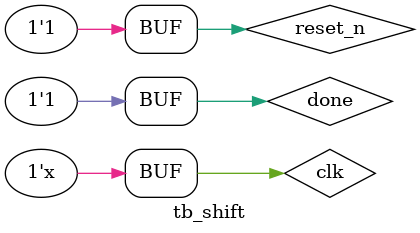
<source format=v>
`timescale 1ns / 1ps


module tb_shift(

    );
    
    reg clk;
    reg reset_n;
    reg done;
    
    wire [15:0] addrb;
    wire enb;
    wire web;
    wire [7:0] addra;
    wire ena;
    wire wea;
     
     
    shift shift(
    .clk(clk),
    .reset_n(reset_n),
    .done(done),
    .addrb(addrb),
    .addra(addra),
    .enb(enb),
    .web(web),
    .ena(ena),
    .wea(wea)
    
    );



    initial begin
    clk =0;
    reset_n = 0;
    done = 0;
    
    #5 reset_n = 1;
    
    end
    
    always 
    #0.5 clk = ~clk;
    
    
    always begin
    #100 done = 1;
    //# 20 done = 0;
    end
endmodule

</source>
